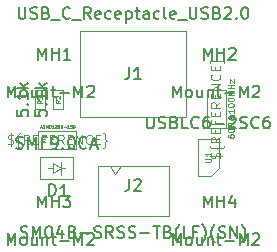
<source format=gbr>
G04 #@! TF.GenerationSoftware,KiCad,Pcbnew,(5.1.10-1-10_14)*
G04 #@! TF.CreationDate,2021-11-29T20:50:22+01:00*
G04 #@! TF.ProjectId,Unified-Daughterboard,556e6966-6965-4642-9d44-617567687465,C3*
G04 #@! TF.SameCoordinates,Original*
G04 #@! TF.FileFunction,Other,Fab,Top*
%FSLAX46Y46*%
G04 Gerber Fmt 4.6, Leading zero omitted, Abs format (unit mm)*
G04 Created by KiCad (PCBNEW (5.1.10-1-10_14)) date 2021-11-29 20:50:22*
%MOMM*%
%LPD*%
G01*
G04 APERTURE LIST*
%ADD10C,0.100000*%
%ADD11C,0.150000*%
%ADD12C,0.050800*%
%ADD13C,0.120000*%
%ADD14C,0.063500*%
%ADD15C,0.075000*%
%ADD16C,0.060000*%
G04 APERTURE END LIST*
D10*
X73502500Y-68675107D02*
X74002500Y-67968000D01*
X73002500Y-67968000D02*
X73502500Y-68675107D01*
X78002500Y-67968000D02*
X78002500Y-72218000D01*
X72002500Y-67968000D02*
X72002500Y-72218000D01*
X72002500Y-72218000D02*
X78002500Y-72218000D01*
X72002500Y-67968000D02*
X78002500Y-67968000D01*
X82827500Y-64768000D02*
X81227500Y-64768000D01*
X81227500Y-64768000D02*
X81227500Y-61568000D01*
X81227500Y-61568000D02*
X82827500Y-61568000D01*
X82827500Y-61568000D02*
X82827500Y-64768000D01*
X70173125Y-64995500D02*
X70173125Y-66595500D01*
X70173125Y-66595500D02*
X66973125Y-66595500D01*
X66973125Y-66595500D02*
X66973125Y-64995500D01*
X66973125Y-64995500D02*
X70173125Y-64995500D01*
X79467500Y-63843000D02*
X70527500Y-63843000D01*
X79467500Y-63843000D02*
X79467500Y-56543000D01*
X79467500Y-56543000D02*
X70527500Y-56543000D01*
X70527500Y-63843000D02*
X70527500Y-56543000D01*
X80452500Y-68818000D02*
X80452500Y-65718000D01*
X80452500Y-65718000D02*
X82252500Y-65718000D01*
X82252500Y-68168000D02*
X82252500Y-65718000D01*
X80452500Y-68818000D02*
X81602500Y-68818000D01*
X82252500Y-68168000D02*
X81602500Y-68818000D01*
X66690000Y-63180500D02*
X66690000Y-61580500D01*
X67515000Y-63180500D02*
X66690000Y-63180500D01*
X67515000Y-61580500D02*
X67515000Y-63180500D01*
X66690000Y-61580500D02*
X67515000Y-61580500D01*
X68240000Y-61580500D02*
X69065000Y-61580500D01*
X69065000Y-61580500D02*
X69065000Y-63180500D01*
X69065000Y-63180500D02*
X68240000Y-63180500D01*
X68240000Y-63180500D02*
X68240000Y-61580500D01*
X69902500Y-69076750D02*
X67102500Y-69076750D01*
X67102500Y-69076750D02*
X67102500Y-67276750D01*
X67102500Y-67276750D02*
X69902500Y-67276750D01*
X69902500Y-67276750D02*
X69902500Y-69076750D01*
X69252500Y-68176750D02*
X68852500Y-68176750D01*
X68852500Y-68176750D02*
X68852500Y-68726750D01*
X68852500Y-68176750D02*
X68852500Y-67626750D01*
X68852500Y-68176750D02*
X68252500Y-68576750D01*
X68252500Y-68576750D02*
X68252500Y-67776750D01*
X68252500Y-67776750D02*
X68852500Y-68176750D01*
X68252500Y-68176750D02*
X67752500Y-68176750D01*
D11*
X65478690Y-74027761D02*
X65621547Y-74075380D01*
X65859642Y-74075380D01*
X65954880Y-74027761D01*
X66002500Y-73980142D01*
X66050119Y-73884904D01*
X66050119Y-73789666D01*
X66002500Y-73694428D01*
X65954880Y-73646809D01*
X65859642Y-73599190D01*
X65669166Y-73551571D01*
X65573928Y-73503952D01*
X65526309Y-73456333D01*
X65478690Y-73361095D01*
X65478690Y-73265857D01*
X65526309Y-73170619D01*
X65573928Y-73123000D01*
X65669166Y-73075380D01*
X65907261Y-73075380D01*
X66050119Y-73123000D01*
X66478690Y-74075380D02*
X66478690Y-73075380D01*
X66812023Y-73789666D01*
X67145357Y-73075380D01*
X67145357Y-74075380D01*
X67812023Y-73075380D02*
X67907261Y-73075380D01*
X68002500Y-73123000D01*
X68050119Y-73170619D01*
X68097738Y-73265857D01*
X68145357Y-73456333D01*
X68145357Y-73694428D01*
X68097738Y-73884904D01*
X68050119Y-73980142D01*
X68002500Y-74027761D01*
X67907261Y-74075380D01*
X67812023Y-74075380D01*
X67716785Y-74027761D01*
X67669166Y-73980142D01*
X67621547Y-73884904D01*
X67573928Y-73694428D01*
X67573928Y-73456333D01*
X67621547Y-73265857D01*
X67669166Y-73170619D01*
X67716785Y-73123000D01*
X67812023Y-73075380D01*
X69002500Y-73408714D02*
X69002500Y-74075380D01*
X68764404Y-73027761D02*
X68526309Y-73742047D01*
X69145357Y-73742047D01*
X69859642Y-73551571D02*
X70002500Y-73599190D01*
X70050119Y-73646809D01*
X70097738Y-73742047D01*
X70097738Y-73884904D01*
X70050119Y-73980142D01*
X70002500Y-74027761D01*
X69907261Y-74075380D01*
X69526309Y-74075380D01*
X69526309Y-73075380D01*
X69859642Y-73075380D01*
X69954880Y-73123000D01*
X70002500Y-73170619D01*
X70050119Y-73265857D01*
X70050119Y-73361095D01*
X70002500Y-73456333D01*
X69954880Y-73503952D01*
X69859642Y-73551571D01*
X69526309Y-73551571D01*
X70526309Y-73694428D02*
X71288214Y-73694428D01*
X71716785Y-74027761D02*
X71859642Y-74075380D01*
X72097738Y-74075380D01*
X72192976Y-74027761D01*
X72240595Y-73980142D01*
X72288214Y-73884904D01*
X72288214Y-73789666D01*
X72240595Y-73694428D01*
X72192976Y-73646809D01*
X72097738Y-73599190D01*
X71907261Y-73551571D01*
X71812023Y-73503952D01*
X71764404Y-73456333D01*
X71716785Y-73361095D01*
X71716785Y-73265857D01*
X71764404Y-73170619D01*
X71812023Y-73123000D01*
X71907261Y-73075380D01*
X72145357Y-73075380D01*
X72288214Y-73123000D01*
X73288214Y-74075380D02*
X72954880Y-73599190D01*
X72716785Y-74075380D02*
X72716785Y-73075380D01*
X73097738Y-73075380D01*
X73192976Y-73123000D01*
X73240595Y-73170619D01*
X73288214Y-73265857D01*
X73288214Y-73408714D01*
X73240595Y-73503952D01*
X73192976Y-73551571D01*
X73097738Y-73599190D01*
X72716785Y-73599190D01*
X73669166Y-74027761D02*
X73812023Y-74075380D01*
X74050119Y-74075380D01*
X74145357Y-74027761D01*
X74192976Y-73980142D01*
X74240595Y-73884904D01*
X74240595Y-73789666D01*
X74192976Y-73694428D01*
X74145357Y-73646809D01*
X74050119Y-73599190D01*
X73859642Y-73551571D01*
X73764404Y-73503952D01*
X73716785Y-73456333D01*
X73669166Y-73361095D01*
X73669166Y-73265857D01*
X73716785Y-73170619D01*
X73764404Y-73123000D01*
X73859642Y-73075380D01*
X74097738Y-73075380D01*
X74240595Y-73123000D01*
X74621547Y-74027761D02*
X74764404Y-74075380D01*
X75002500Y-74075380D01*
X75097738Y-74027761D01*
X75145357Y-73980142D01*
X75192976Y-73884904D01*
X75192976Y-73789666D01*
X75145357Y-73694428D01*
X75097738Y-73646809D01*
X75002500Y-73599190D01*
X74812023Y-73551571D01*
X74716785Y-73503952D01*
X74669166Y-73456333D01*
X74621547Y-73361095D01*
X74621547Y-73265857D01*
X74669166Y-73170619D01*
X74716785Y-73123000D01*
X74812023Y-73075380D01*
X75050119Y-73075380D01*
X75192976Y-73123000D01*
X75621547Y-73694428D02*
X76383452Y-73694428D01*
X76716785Y-73075380D02*
X77288214Y-73075380D01*
X77002500Y-74075380D02*
X77002500Y-73075380D01*
X77954880Y-73551571D02*
X78097738Y-73599190D01*
X78145357Y-73646809D01*
X78192976Y-73742047D01*
X78192976Y-73884904D01*
X78145357Y-73980142D01*
X78097738Y-74027761D01*
X78002500Y-74075380D01*
X77621547Y-74075380D01*
X77621547Y-73075380D01*
X77954880Y-73075380D01*
X78050119Y-73123000D01*
X78097738Y-73170619D01*
X78145357Y-73265857D01*
X78145357Y-73361095D01*
X78097738Y-73456333D01*
X78050119Y-73503952D01*
X77954880Y-73551571D01*
X77621547Y-73551571D01*
X78907261Y-74456333D02*
X78859642Y-74408714D01*
X78764404Y-74265857D01*
X78716785Y-74170619D01*
X78669166Y-74027761D01*
X78621547Y-73789666D01*
X78621547Y-73599190D01*
X78669166Y-73361095D01*
X78716785Y-73218238D01*
X78764404Y-73123000D01*
X78859642Y-72980142D01*
X78907261Y-72932523D01*
X79764404Y-74075380D02*
X79288214Y-74075380D01*
X79288214Y-73075380D01*
X80431071Y-73551571D02*
X80097738Y-73551571D01*
X80097738Y-74075380D02*
X80097738Y-73075380D01*
X80573928Y-73075380D01*
X80859642Y-74456333D02*
X80907261Y-74408714D01*
X81002500Y-74265857D01*
X81050119Y-74170619D01*
X81097738Y-74027761D01*
X81145357Y-73789666D01*
X81145357Y-73599190D01*
X81097738Y-73361095D01*
X81050119Y-73218238D01*
X81002500Y-73123000D01*
X80907261Y-72980142D01*
X80859642Y-72932523D01*
X81907261Y-74456333D02*
X81859642Y-74408714D01*
X81764404Y-74265857D01*
X81716785Y-74170619D01*
X81669166Y-74027761D01*
X81621547Y-73789666D01*
X81621547Y-73599190D01*
X81669166Y-73361095D01*
X81716785Y-73218238D01*
X81764404Y-73123000D01*
X81859642Y-72980142D01*
X81907261Y-72932523D01*
X82240595Y-74027761D02*
X82383452Y-74075380D01*
X82621547Y-74075380D01*
X82716785Y-74027761D01*
X82764404Y-73980142D01*
X82812023Y-73884904D01*
X82812023Y-73789666D01*
X82764404Y-73694428D01*
X82716785Y-73646809D01*
X82621547Y-73599190D01*
X82431071Y-73551571D01*
X82335833Y-73503952D01*
X82288214Y-73456333D01*
X82240595Y-73361095D01*
X82240595Y-73265857D01*
X82288214Y-73170619D01*
X82335833Y-73123000D01*
X82431071Y-73075380D01*
X82669166Y-73075380D01*
X82812023Y-73123000D01*
X83240595Y-74075380D02*
X83240595Y-73075380D01*
X83812023Y-74075380D01*
X83812023Y-73075380D01*
X84192976Y-74456333D02*
X84240595Y-74408714D01*
X84335833Y-74265857D01*
X84383452Y-74170619D01*
X84431071Y-74027761D01*
X84478690Y-73789666D01*
X84478690Y-73599190D01*
X84431071Y-73361095D01*
X84383452Y-73218238D01*
X84335833Y-73123000D01*
X84240595Y-72980142D01*
X84192976Y-72932523D01*
X74669166Y-69095380D02*
X74669166Y-69809666D01*
X74621547Y-69952523D01*
X74526309Y-70047761D01*
X74383452Y-70095380D01*
X74288214Y-70095380D01*
X75097738Y-69190619D02*
X75145357Y-69143000D01*
X75240595Y-69095380D01*
X75478690Y-69095380D01*
X75573928Y-69143000D01*
X75621547Y-69190619D01*
X75669166Y-69285857D01*
X75669166Y-69381095D01*
X75621547Y-69523952D01*
X75050119Y-70095380D01*
X75669166Y-70095380D01*
X78361642Y-74695380D02*
X78361642Y-73695380D01*
X78694976Y-74409666D01*
X79028309Y-73695380D01*
X79028309Y-74695380D01*
X79647357Y-74695380D02*
X79552119Y-74647761D01*
X79504500Y-74600142D01*
X79456880Y-74504904D01*
X79456880Y-74219190D01*
X79504500Y-74123952D01*
X79552119Y-74076333D01*
X79647357Y-74028714D01*
X79790214Y-74028714D01*
X79885452Y-74076333D01*
X79933071Y-74123952D01*
X79980690Y-74219190D01*
X79980690Y-74504904D01*
X79933071Y-74600142D01*
X79885452Y-74647761D01*
X79790214Y-74695380D01*
X79647357Y-74695380D01*
X80837833Y-74028714D02*
X80837833Y-74695380D01*
X80409261Y-74028714D02*
X80409261Y-74552523D01*
X80456880Y-74647761D01*
X80552119Y-74695380D01*
X80694976Y-74695380D01*
X80790214Y-74647761D01*
X80837833Y-74600142D01*
X81314023Y-74028714D02*
X81314023Y-74695380D01*
X81314023Y-74123952D02*
X81361642Y-74076333D01*
X81456880Y-74028714D01*
X81599738Y-74028714D01*
X81694976Y-74076333D01*
X81742595Y-74171571D01*
X81742595Y-74695380D01*
X82075928Y-74028714D02*
X82456880Y-74028714D01*
X82218785Y-73695380D02*
X82218785Y-74552523D01*
X82266404Y-74647761D01*
X82361642Y-74695380D01*
X82456880Y-74695380D01*
X82790214Y-74314428D02*
X83552119Y-74314428D01*
X84028309Y-74695380D02*
X84028309Y-73695380D01*
X84361642Y-74409666D01*
X84694976Y-73695380D01*
X84694976Y-74695380D01*
X85123547Y-73790619D02*
X85171166Y-73743000D01*
X85266404Y-73695380D01*
X85504499Y-73695380D01*
X85599738Y-73743000D01*
X85647357Y-73790619D01*
X85694976Y-73885857D01*
X85694976Y-73981095D01*
X85647357Y-74123952D01*
X85075928Y-74695380D01*
X85694976Y-74695380D01*
X80971166Y-71495380D02*
X80971166Y-70495380D01*
X81304500Y-71209666D01*
X81637833Y-70495380D01*
X81637833Y-71495380D01*
X82114023Y-71495380D02*
X82114023Y-70495380D01*
X82114023Y-70971571D02*
X82685452Y-70971571D01*
X82685452Y-71495380D02*
X82685452Y-70495380D01*
X83590214Y-70828714D02*
X83590214Y-71495380D01*
X83352119Y-70447761D02*
X83114023Y-71162047D01*
X83733071Y-71162047D01*
X64361642Y-74695380D02*
X64361642Y-73695380D01*
X64694976Y-74409666D01*
X65028309Y-73695380D01*
X65028309Y-74695380D01*
X65647357Y-74695380D02*
X65552119Y-74647761D01*
X65504500Y-74600142D01*
X65456880Y-74504904D01*
X65456880Y-74219190D01*
X65504500Y-74123952D01*
X65552119Y-74076333D01*
X65647357Y-74028714D01*
X65790214Y-74028714D01*
X65885452Y-74076333D01*
X65933071Y-74123952D01*
X65980690Y-74219190D01*
X65980690Y-74504904D01*
X65933071Y-74600142D01*
X65885452Y-74647761D01*
X65790214Y-74695380D01*
X65647357Y-74695380D01*
X66837833Y-74028714D02*
X66837833Y-74695380D01*
X66409261Y-74028714D02*
X66409261Y-74552523D01*
X66456880Y-74647761D01*
X66552119Y-74695380D01*
X66694976Y-74695380D01*
X66790214Y-74647761D01*
X66837833Y-74600142D01*
X67314023Y-74028714D02*
X67314023Y-74695380D01*
X67314023Y-74123952D02*
X67361642Y-74076333D01*
X67456880Y-74028714D01*
X67599738Y-74028714D01*
X67694976Y-74076333D01*
X67742595Y-74171571D01*
X67742595Y-74695380D01*
X68075928Y-74028714D02*
X68456880Y-74028714D01*
X68218785Y-73695380D02*
X68218785Y-74552523D01*
X68266404Y-74647761D01*
X68361642Y-74695380D01*
X68456880Y-74695380D01*
X68790214Y-74314428D02*
X69552119Y-74314428D01*
X70028309Y-74695380D02*
X70028309Y-73695380D01*
X70361642Y-74409666D01*
X70694976Y-73695380D01*
X70694976Y-74695380D01*
X71123547Y-73790619D02*
X71171166Y-73743000D01*
X71266404Y-73695380D01*
X71504500Y-73695380D01*
X71599738Y-73743000D01*
X71647357Y-73790619D01*
X71694976Y-73885857D01*
X71694976Y-73981095D01*
X71647357Y-74123952D01*
X71075928Y-74695380D01*
X71694976Y-74695380D01*
X66971166Y-71495380D02*
X66971166Y-70495380D01*
X67304500Y-71209666D01*
X67637833Y-70495380D01*
X67637833Y-71495380D01*
X68114023Y-71495380D02*
X68114023Y-70495380D01*
X68114023Y-70971571D02*
X68685452Y-70971571D01*
X68685452Y-71495380D02*
X68685452Y-70495380D01*
X69066404Y-70495380D02*
X69685452Y-70495380D01*
X69352119Y-70876333D01*
X69494976Y-70876333D01*
X69590214Y-70923952D01*
X69637833Y-70971571D01*
X69685452Y-71066809D01*
X69685452Y-71304904D01*
X69637833Y-71400142D01*
X69590214Y-71447761D01*
X69494976Y-71495380D01*
X69209261Y-71495380D01*
X69114023Y-71447761D01*
X69066404Y-71400142D01*
X78361642Y-62195380D02*
X78361642Y-61195380D01*
X78694976Y-61909666D01*
X79028309Y-61195380D01*
X79028309Y-62195380D01*
X79647357Y-62195380D02*
X79552119Y-62147761D01*
X79504500Y-62100142D01*
X79456880Y-62004904D01*
X79456880Y-61719190D01*
X79504500Y-61623952D01*
X79552119Y-61576333D01*
X79647357Y-61528714D01*
X79790214Y-61528714D01*
X79885452Y-61576333D01*
X79933071Y-61623952D01*
X79980690Y-61719190D01*
X79980690Y-62004904D01*
X79933071Y-62100142D01*
X79885452Y-62147761D01*
X79790214Y-62195380D01*
X79647357Y-62195380D01*
X80837833Y-61528714D02*
X80837833Y-62195380D01*
X80409261Y-61528714D02*
X80409261Y-62052523D01*
X80456880Y-62147761D01*
X80552119Y-62195380D01*
X80694976Y-62195380D01*
X80790214Y-62147761D01*
X80837833Y-62100142D01*
X81314023Y-61528714D02*
X81314023Y-62195380D01*
X81314023Y-61623952D02*
X81361642Y-61576333D01*
X81456880Y-61528714D01*
X81599738Y-61528714D01*
X81694976Y-61576333D01*
X81742595Y-61671571D01*
X81742595Y-62195380D01*
X82075928Y-61528714D02*
X82456880Y-61528714D01*
X82218785Y-61195380D02*
X82218785Y-62052523D01*
X82266404Y-62147761D01*
X82361642Y-62195380D01*
X82456880Y-62195380D01*
X82790214Y-61814428D02*
X83552119Y-61814428D01*
X84028309Y-62195380D02*
X84028309Y-61195380D01*
X84361642Y-61909666D01*
X84694976Y-61195380D01*
X84694976Y-62195380D01*
X85123547Y-61290619D02*
X85171166Y-61243000D01*
X85266404Y-61195380D01*
X85504499Y-61195380D01*
X85599738Y-61243000D01*
X85647357Y-61290619D01*
X85694976Y-61385857D01*
X85694976Y-61481095D01*
X85647357Y-61623952D01*
X85075928Y-62195380D01*
X85694976Y-62195380D01*
X80971166Y-58995380D02*
X80971166Y-57995380D01*
X81304500Y-58709666D01*
X81637833Y-57995380D01*
X81637833Y-58995380D01*
X82114023Y-58995380D02*
X82114023Y-57995380D01*
X82114023Y-58471571D02*
X82685452Y-58471571D01*
X82685452Y-58995380D02*
X82685452Y-57995380D01*
X83114023Y-58090619D02*
X83161642Y-58043000D01*
X83256880Y-57995380D01*
X83494976Y-57995380D01*
X83590214Y-58043000D01*
X83637833Y-58090619D01*
X83685452Y-58185857D01*
X83685452Y-58281095D01*
X83637833Y-58423952D01*
X83066404Y-58995380D01*
X83685452Y-58995380D01*
X64361642Y-62195380D02*
X64361642Y-61195380D01*
X64694976Y-61909666D01*
X65028309Y-61195380D01*
X65028309Y-62195380D01*
X65647357Y-62195380D02*
X65552119Y-62147761D01*
X65504500Y-62100142D01*
X65456880Y-62004904D01*
X65456880Y-61719190D01*
X65504500Y-61623952D01*
X65552119Y-61576333D01*
X65647357Y-61528714D01*
X65790214Y-61528714D01*
X65885452Y-61576333D01*
X65933071Y-61623952D01*
X65980690Y-61719190D01*
X65980690Y-62004904D01*
X65933071Y-62100142D01*
X65885452Y-62147761D01*
X65790214Y-62195380D01*
X65647357Y-62195380D01*
X66837833Y-61528714D02*
X66837833Y-62195380D01*
X66409261Y-61528714D02*
X66409261Y-62052523D01*
X66456880Y-62147761D01*
X66552119Y-62195380D01*
X66694976Y-62195380D01*
X66790214Y-62147761D01*
X66837833Y-62100142D01*
X67314023Y-61528714D02*
X67314023Y-62195380D01*
X67314023Y-61623952D02*
X67361642Y-61576333D01*
X67456880Y-61528714D01*
X67599738Y-61528714D01*
X67694976Y-61576333D01*
X67742595Y-61671571D01*
X67742595Y-62195380D01*
X68075928Y-61528714D02*
X68456880Y-61528714D01*
X68218785Y-61195380D02*
X68218785Y-62052523D01*
X68266404Y-62147761D01*
X68361642Y-62195380D01*
X68456880Y-62195380D01*
X68790214Y-61814428D02*
X69552119Y-61814428D01*
X70028309Y-62195380D02*
X70028309Y-61195380D01*
X70361642Y-61909666D01*
X70694976Y-61195380D01*
X70694976Y-62195380D01*
X71123547Y-61290619D02*
X71171166Y-61243000D01*
X71266404Y-61195380D01*
X71504500Y-61195380D01*
X71599738Y-61243000D01*
X71647357Y-61290619D01*
X71694976Y-61385857D01*
X71694976Y-61481095D01*
X71647357Y-61623952D01*
X71075928Y-62195380D01*
X71694976Y-62195380D01*
X66971166Y-58995380D02*
X66971166Y-57995380D01*
X67304500Y-58709666D01*
X67637833Y-57995380D01*
X67637833Y-58995380D01*
X68114023Y-58995380D02*
X68114023Y-57995380D01*
X68114023Y-58471571D02*
X68685452Y-58471571D01*
X68685452Y-58995380D02*
X68685452Y-57995380D01*
X69685452Y-58995380D02*
X69114023Y-58995380D01*
X69399738Y-58995380D02*
X69399738Y-57995380D01*
X69304500Y-58138238D01*
X69209261Y-58233476D01*
X69114023Y-58281095D01*
D12*
X83019309Y-65366428D02*
X83019309Y-65463190D01*
X83043500Y-65511571D01*
X83067690Y-65535761D01*
X83140261Y-65584142D01*
X83237023Y-65608333D01*
X83430547Y-65608333D01*
X83478928Y-65584142D01*
X83503119Y-65559952D01*
X83527309Y-65511571D01*
X83527309Y-65414809D01*
X83503119Y-65366428D01*
X83478928Y-65342238D01*
X83430547Y-65318047D01*
X83309595Y-65318047D01*
X83261214Y-65342238D01*
X83237023Y-65366428D01*
X83212833Y-65414809D01*
X83212833Y-65511571D01*
X83237023Y-65559952D01*
X83261214Y-65584142D01*
X83309595Y-65608333D01*
X83019309Y-65003571D02*
X83019309Y-64955190D01*
X83043500Y-64906809D01*
X83067690Y-64882619D01*
X83116071Y-64858428D01*
X83212833Y-64834238D01*
X83333785Y-64834238D01*
X83430547Y-64858428D01*
X83478928Y-64882619D01*
X83503119Y-64906809D01*
X83527309Y-64955190D01*
X83527309Y-65003571D01*
X83503119Y-65051952D01*
X83478928Y-65076142D01*
X83430547Y-65100333D01*
X83333785Y-65124523D01*
X83212833Y-65124523D01*
X83116071Y-65100333D01*
X83067690Y-65076142D01*
X83043500Y-65051952D01*
X83019309Y-65003571D01*
X83527309Y-64326238D02*
X83285404Y-64495571D01*
X83527309Y-64616523D02*
X83019309Y-64616523D01*
X83019309Y-64423000D01*
X83043500Y-64374619D01*
X83067690Y-64350428D01*
X83116071Y-64326238D01*
X83188642Y-64326238D01*
X83237023Y-64350428D01*
X83261214Y-64374619D01*
X83285404Y-64423000D01*
X83285404Y-64616523D01*
X83285404Y-63794047D02*
X83261214Y-63818238D01*
X83237023Y-63866619D01*
X83237023Y-63915000D01*
X83261214Y-63963380D01*
X83285404Y-63987571D01*
X83333785Y-64011761D01*
X83382166Y-64011761D01*
X83430547Y-63987571D01*
X83454738Y-63963380D01*
X83478928Y-63915000D01*
X83478928Y-63866619D01*
X83454738Y-63818238D01*
X83430547Y-63794047D01*
X83237023Y-63794047D02*
X83430547Y-63794047D01*
X83454738Y-63769857D01*
X83454738Y-63745666D01*
X83430547Y-63697285D01*
X83382166Y-63673095D01*
X83261214Y-63673095D01*
X83188642Y-63721476D01*
X83140261Y-63794047D01*
X83116071Y-63890809D01*
X83140261Y-63987571D01*
X83188642Y-64060142D01*
X83261214Y-64108523D01*
X83357976Y-64132714D01*
X83454738Y-64108523D01*
X83527309Y-64060142D01*
X83575690Y-63987571D01*
X83599880Y-63890809D01*
X83575690Y-63794047D01*
X83527309Y-63721476D01*
X83527309Y-63189285D02*
X83527309Y-63479571D01*
X83527309Y-63334428D02*
X83019309Y-63334428D01*
X83091880Y-63382809D01*
X83140261Y-63431190D01*
X83164452Y-63479571D01*
X83019309Y-62874809D02*
X83019309Y-62826428D01*
X83043500Y-62778047D01*
X83067690Y-62753857D01*
X83116071Y-62729666D01*
X83212833Y-62705476D01*
X83333785Y-62705476D01*
X83430547Y-62729666D01*
X83478928Y-62753857D01*
X83503119Y-62778047D01*
X83527309Y-62826428D01*
X83527309Y-62874809D01*
X83503119Y-62923190D01*
X83478928Y-62947380D01*
X83430547Y-62971571D01*
X83333785Y-62995761D01*
X83212833Y-62995761D01*
X83116071Y-62971571D01*
X83067690Y-62947380D01*
X83043500Y-62923190D01*
X83019309Y-62874809D01*
X83019309Y-62391000D02*
X83019309Y-62342619D01*
X83043500Y-62294238D01*
X83067690Y-62270047D01*
X83116071Y-62245857D01*
X83212833Y-62221666D01*
X83333785Y-62221666D01*
X83430547Y-62245857D01*
X83478928Y-62270047D01*
X83503119Y-62294238D01*
X83527309Y-62342619D01*
X83527309Y-62391000D01*
X83503119Y-62439380D01*
X83478928Y-62463571D01*
X83430547Y-62487761D01*
X83333785Y-62511952D01*
X83212833Y-62511952D01*
X83116071Y-62487761D01*
X83067690Y-62463571D01*
X83043500Y-62439380D01*
X83019309Y-62391000D01*
X83527309Y-62003952D02*
X83019309Y-62003952D01*
X83382166Y-61834619D01*
X83019309Y-61665285D01*
X83527309Y-61665285D01*
X83527309Y-61423380D02*
X83019309Y-61423380D01*
X83261214Y-61423380D02*
X83261214Y-61133095D01*
X83527309Y-61133095D02*
X83019309Y-61133095D01*
X83188642Y-60939571D02*
X83188642Y-60673476D01*
X83527309Y-60939571D01*
X83527309Y-60673476D01*
D13*
X82351309Y-67339428D02*
X82389404Y-67225142D01*
X82389404Y-67034666D01*
X82351309Y-66958476D01*
X82313214Y-66920380D01*
X82237023Y-66882285D01*
X82160833Y-66882285D01*
X82084642Y-66920380D01*
X82046547Y-66958476D01*
X82008452Y-67034666D01*
X81970357Y-67187047D01*
X81932261Y-67263238D01*
X81894166Y-67301333D01*
X81817976Y-67339428D01*
X81741785Y-67339428D01*
X81665595Y-67301333D01*
X81627500Y-67263238D01*
X81589404Y-67187047D01*
X81589404Y-66996571D01*
X81627500Y-66882285D01*
X81475119Y-67110857D02*
X82503690Y-67110857D01*
X82694166Y-66310857D02*
X82694166Y-66348952D01*
X82656071Y-66425142D01*
X82579880Y-66463238D01*
X82198928Y-66463238D01*
X82122738Y-66501333D01*
X82084642Y-66577523D01*
X82046547Y-66501333D01*
X81970357Y-66463238D01*
X81589404Y-66463238D01*
X81513214Y-66425142D01*
X81475119Y-66348952D01*
X81475119Y-66310857D01*
X82389404Y-65548952D02*
X82008452Y-65815619D01*
X82389404Y-66006095D02*
X81589404Y-66006095D01*
X81589404Y-65701333D01*
X81627500Y-65625142D01*
X81665595Y-65587047D01*
X81741785Y-65548952D01*
X81856071Y-65548952D01*
X81932261Y-65587047D01*
X81970357Y-65625142D01*
X82008452Y-65701333D01*
X82008452Y-66006095D01*
X81970357Y-65206095D02*
X81970357Y-64939428D01*
X82389404Y-64825142D02*
X82389404Y-65206095D01*
X81589404Y-65206095D01*
X81589404Y-64825142D01*
X81970357Y-64215619D02*
X81970357Y-64482285D01*
X82389404Y-64482285D02*
X81589404Y-64482285D01*
X81589404Y-64101333D01*
X81970357Y-63796571D02*
X81970357Y-63529904D01*
X82389404Y-63415619D02*
X82389404Y-63796571D01*
X81589404Y-63796571D01*
X81589404Y-63415619D01*
X82389404Y-62615619D02*
X82008452Y-62882285D01*
X82389404Y-63072761D02*
X81589404Y-63072761D01*
X81589404Y-62768000D01*
X81627500Y-62691809D01*
X81665595Y-62653714D01*
X81741785Y-62615619D01*
X81856071Y-62615619D01*
X81932261Y-62653714D01*
X81970357Y-62691809D01*
X82008452Y-62768000D01*
X82008452Y-63072761D01*
X81970357Y-62272761D02*
X81970357Y-62006095D01*
X82389404Y-61891809D02*
X82389404Y-62272761D01*
X81589404Y-62272761D01*
X81589404Y-61891809D01*
X82389404Y-61548952D02*
X81589404Y-61548952D01*
X82389404Y-61091809D01*
X81589404Y-61091809D01*
X82313214Y-60253714D02*
X82351309Y-60291809D01*
X82389404Y-60406095D01*
X82389404Y-60482285D01*
X82351309Y-60596571D01*
X82275119Y-60672761D01*
X82198928Y-60710857D01*
X82046547Y-60748952D01*
X81932261Y-60748952D01*
X81779880Y-60710857D01*
X81703690Y-60672761D01*
X81627500Y-60596571D01*
X81589404Y-60482285D01*
X81589404Y-60406095D01*
X81627500Y-60291809D01*
X81665595Y-60253714D01*
X81970357Y-59910857D02*
X81970357Y-59644190D01*
X82389404Y-59529904D02*
X82389404Y-59910857D01*
X81589404Y-59910857D01*
X81589404Y-59529904D01*
X82694166Y-59263238D02*
X82694166Y-59225142D01*
X82656071Y-59148952D01*
X82579880Y-59110857D01*
X82198928Y-59110857D01*
X82122738Y-59072761D01*
X82084642Y-58996571D01*
X82046547Y-59072761D01*
X81970357Y-59110857D01*
X81589404Y-59110857D01*
X81513214Y-59148952D01*
X81475119Y-59225142D01*
X81475119Y-59263238D01*
D14*
X67130648Y-64694833D02*
X67251601Y-64694833D01*
X67106458Y-64767404D02*
X67191125Y-64513404D01*
X67275791Y-64767404D01*
X67348363Y-64755309D02*
X67384648Y-64767404D01*
X67445125Y-64767404D01*
X67469315Y-64755309D01*
X67481410Y-64743214D01*
X67493505Y-64719023D01*
X67493505Y-64694833D01*
X67481410Y-64670642D01*
X67469315Y-64658547D01*
X67445125Y-64646452D01*
X67396744Y-64634357D01*
X67372553Y-64622261D01*
X67360458Y-64610166D01*
X67348363Y-64585976D01*
X67348363Y-64561785D01*
X67360458Y-64537595D01*
X67372553Y-64525500D01*
X67396744Y-64513404D01*
X67457220Y-64513404D01*
X67493505Y-64525500D01*
X67602363Y-64767404D02*
X67602363Y-64513404D01*
X67687029Y-64694833D01*
X67771696Y-64513404D01*
X67771696Y-64767404D01*
X67892648Y-64767404D02*
X67892648Y-64513404D01*
X67953125Y-64513404D01*
X67989410Y-64525500D01*
X68013601Y-64549690D01*
X68025696Y-64573880D01*
X68037791Y-64622261D01*
X68037791Y-64658547D01*
X68025696Y-64706928D01*
X68013601Y-64731119D01*
X67989410Y-64755309D01*
X67953125Y-64767404D01*
X67892648Y-64767404D01*
X68279696Y-64767404D02*
X68134553Y-64767404D01*
X68207125Y-64767404D02*
X68207125Y-64513404D01*
X68182934Y-64549690D01*
X68158744Y-64573880D01*
X68134553Y-64585976D01*
X68376458Y-64537595D02*
X68388553Y-64525500D01*
X68412744Y-64513404D01*
X68473220Y-64513404D01*
X68497410Y-64525500D01*
X68509505Y-64537595D01*
X68521601Y-64561785D01*
X68521601Y-64585976D01*
X68509505Y-64622261D01*
X68364363Y-64767404D01*
X68521601Y-64767404D01*
X68678839Y-64513404D02*
X68703029Y-64513404D01*
X68727220Y-64525500D01*
X68739315Y-64537595D01*
X68751410Y-64561785D01*
X68763505Y-64610166D01*
X68763505Y-64670642D01*
X68751410Y-64719023D01*
X68739315Y-64743214D01*
X68727220Y-64755309D01*
X68703029Y-64767404D01*
X68678839Y-64767404D01*
X68654648Y-64755309D01*
X68642553Y-64743214D01*
X68630458Y-64719023D01*
X68618363Y-64670642D01*
X68618363Y-64610166D01*
X68630458Y-64561785D01*
X68642553Y-64537595D01*
X68654648Y-64525500D01*
X68678839Y-64513404D01*
X68981220Y-64513404D02*
X68932839Y-64513404D01*
X68908648Y-64525500D01*
X68896553Y-64537595D01*
X68872363Y-64573880D01*
X68860267Y-64622261D01*
X68860267Y-64719023D01*
X68872363Y-64743214D01*
X68884458Y-64755309D01*
X68908648Y-64767404D01*
X68957029Y-64767404D01*
X68981220Y-64755309D01*
X68993315Y-64743214D01*
X69005410Y-64719023D01*
X69005410Y-64658547D01*
X68993315Y-64634357D01*
X68981220Y-64622261D01*
X68957029Y-64610166D01*
X68908648Y-64610166D01*
X68884458Y-64622261D01*
X68872363Y-64634357D01*
X68860267Y-64658547D01*
X69114267Y-64670642D02*
X69307791Y-64670642D01*
X69561791Y-64767404D02*
X69416648Y-64767404D01*
X69489220Y-64767404D02*
X69489220Y-64513404D01*
X69465029Y-64549690D01*
X69440839Y-64573880D01*
X69416648Y-64585976D01*
X69791601Y-64513404D02*
X69670648Y-64513404D01*
X69658553Y-64634357D01*
X69670648Y-64622261D01*
X69694839Y-64610166D01*
X69755315Y-64610166D01*
X69779505Y-64622261D01*
X69791601Y-64634357D01*
X69803696Y-64658547D01*
X69803696Y-64719023D01*
X69791601Y-64743214D01*
X69779505Y-64755309D01*
X69755315Y-64767404D01*
X69694839Y-64767404D01*
X69670648Y-64755309D01*
X69658553Y-64743214D01*
X69960934Y-64513404D02*
X69985125Y-64513404D01*
X70009315Y-64525500D01*
X70021410Y-64537595D01*
X70033505Y-64561785D01*
X70045601Y-64610166D01*
X70045601Y-64670642D01*
X70033505Y-64719023D01*
X70021410Y-64743214D01*
X70009315Y-64755309D01*
X69985125Y-64767404D01*
X69960934Y-64767404D01*
X69936744Y-64755309D01*
X69924648Y-64743214D01*
X69912553Y-64719023D01*
X69900458Y-64670642D01*
X69900458Y-64610166D01*
X69912553Y-64561785D01*
X69924648Y-64537595D01*
X69936744Y-64525500D01*
X69960934Y-64513404D01*
D13*
X64401696Y-66119309D02*
X64515982Y-66157404D01*
X64706458Y-66157404D01*
X64782648Y-66119309D01*
X64820744Y-66081214D01*
X64858839Y-66005023D01*
X64858839Y-65928833D01*
X64820744Y-65852642D01*
X64782648Y-65814547D01*
X64706458Y-65776452D01*
X64554077Y-65738357D01*
X64477886Y-65700261D01*
X64439791Y-65662166D01*
X64401696Y-65585976D01*
X64401696Y-65509785D01*
X64439791Y-65433595D01*
X64477886Y-65395500D01*
X64554077Y-65357404D01*
X64744553Y-65357404D01*
X64858839Y-65395500D01*
X64630267Y-65243119D02*
X64630267Y-66271690D01*
X65430267Y-66462166D02*
X65392172Y-66462166D01*
X65315982Y-66424071D01*
X65277886Y-66347880D01*
X65277886Y-65966928D01*
X65239791Y-65890738D01*
X65163601Y-65852642D01*
X65239791Y-65814547D01*
X65277886Y-65738357D01*
X65277886Y-65357404D01*
X65315982Y-65281214D01*
X65392172Y-65243119D01*
X65430267Y-65243119D01*
X66192172Y-66157404D02*
X65925505Y-65776452D01*
X65735029Y-66157404D02*
X65735029Y-65357404D01*
X66039791Y-65357404D01*
X66115982Y-65395500D01*
X66154077Y-65433595D01*
X66192172Y-65509785D01*
X66192172Y-65624071D01*
X66154077Y-65700261D01*
X66115982Y-65738357D01*
X66039791Y-65776452D01*
X65735029Y-65776452D01*
X66535029Y-65738357D02*
X66801696Y-65738357D01*
X66915982Y-66157404D02*
X66535029Y-66157404D01*
X66535029Y-65357404D01*
X66915982Y-65357404D01*
X67525505Y-65738357D02*
X67258839Y-65738357D01*
X67258839Y-66157404D02*
X67258839Y-65357404D01*
X67639791Y-65357404D01*
X67944553Y-65738357D02*
X68211220Y-65738357D01*
X68325505Y-66157404D02*
X67944553Y-66157404D01*
X67944553Y-65357404D01*
X68325505Y-65357404D01*
X69125505Y-66157404D02*
X68858839Y-65776452D01*
X68668363Y-66157404D02*
X68668363Y-65357404D01*
X68973125Y-65357404D01*
X69049315Y-65395500D01*
X69087410Y-65433595D01*
X69125505Y-65509785D01*
X69125505Y-65624071D01*
X69087410Y-65700261D01*
X69049315Y-65738357D01*
X68973125Y-65776452D01*
X68668363Y-65776452D01*
X69468363Y-65738357D02*
X69735029Y-65738357D01*
X69849315Y-66157404D02*
X69468363Y-66157404D01*
X69468363Y-65357404D01*
X69849315Y-65357404D01*
X70192172Y-66157404D02*
X70192172Y-65357404D01*
X70649315Y-66157404D01*
X70649315Y-65357404D01*
X71487410Y-66081214D02*
X71449315Y-66119309D01*
X71335029Y-66157404D01*
X71258839Y-66157404D01*
X71144553Y-66119309D01*
X71068363Y-66043119D01*
X71030267Y-65966928D01*
X70992172Y-65814547D01*
X70992172Y-65700261D01*
X71030267Y-65547880D01*
X71068363Y-65471690D01*
X71144553Y-65395500D01*
X71258839Y-65357404D01*
X71335029Y-65357404D01*
X71449315Y-65395500D01*
X71487410Y-65433595D01*
X71830267Y-65738357D02*
X72096934Y-65738357D01*
X72211220Y-66157404D02*
X71830267Y-66157404D01*
X71830267Y-65357404D01*
X72211220Y-65357404D01*
X72477886Y-66462166D02*
X72515982Y-66462166D01*
X72592172Y-66424071D01*
X72630267Y-66347880D01*
X72630267Y-65966928D01*
X72668363Y-65890738D01*
X72744553Y-65852642D01*
X72668363Y-65814547D01*
X72630267Y-65738357D01*
X72630267Y-65357404D01*
X72592172Y-65281214D01*
X72515982Y-65243119D01*
X72477886Y-65243119D01*
D11*
X65307023Y-54545380D02*
X65307023Y-55354904D01*
X65354642Y-55450142D01*
X65402261Y-55497761D01*
X65497499Y-55545380D01*
X65687976Y-55545380D01*
X65783214Y-55497761D01*
X65830833Y-55450142D01*
X65878452Y-55354904D01*
X65878452Y-54545380D01*
X66307023Y-55497761D02*
X66449880Y-55545380D01*
X66687976Y-55545380D01*
X66783214Y-55497761D01*
X66830833Y-55450142D01*
X66878452Y-55354904D01*
X66878452Y-55259666D01*
X66830833Y-55164428D01*
X66783214Y-55116809D01*
X66687976Y-55069190D01*
X66497499Y-55021571D01*
X66402261Y-54973952D01*
X66354642Y-54926333D01*
X66307023Y-54831095D01*
X66307023Y-54735857D01*
X66354642Y-54640619D01*
X66402261Y-54593000D01*
X66497499Y-54545380D01*
X66735595Y-54545380D01*
X66878452Y-54593000D01*
X67640357Y-55021571D02*
X67783214Y-55069190D01*
X67830833Y-55116809D01*
X67878452Y-55212047D01*
X67878452Y-55354904D01*
X67830833Y-55450142D01*
X67783214Y-55497761D01*
X67687976Y-55545380D01*
X67307023Y-55545380D01*
X67307023Y-54545380D01*
X67640357Y-54545380D01*
X67735595Y-54593000D01*
X67783214Y-54640619D01*
X67830833Y-54735857D01*
X67830833Y-54831095D01*
X67783214Y-54926333D01*
X67735595Y-54973952D01*
X67640357Y-55021571D01*
X67307023Y-55021571D01*
X68068928Y-55640619D02*
X68830833Y-55640619D01*
X69640357Y-55450142D02*
X69592738Y-55497761D01*
X69449880Y-55545380D01*
X69354642Y-55545380D01*
X69211785Y-55497761D01*
X69116547Y-55402523D01*
X69068928Y-55307285D01*
X69021309Y-55116809D01*
X69021309Y-54973952D01*
X69068928Y-54783476D01*
X69116547Y-54688238D01*
X69211785Y-54593000D01*
X69354642Y-54545380D01*
X69449880Y-54545380D01*
X69592738Y-54593000D01*
X69640357Y-54640619D01*
X69830833Y-55640619D02*
X70592738Y-55640619D01*
X71402261Y-55545380D02*
X71068928Y-55069190D01*
X70830833Y-55545380D02*
X70830833Y-54545380D01*
X71211785Y-54545380D01*
X71307023Y-54593000D01*
X71354642Y-54640619D01*
X71402261Y-54735857D01*
X71402261Y-54878714D01*
X71354642Y-54973952D01*
X71307023Y-55021571D01*
X71211785Y-55069190D01*
X70830833Y-55069190D01*
X72211785Y-55497761D02*
X72116547Y-55545380D01*
X71926071Y-55545380D01*
X71830833Y-55497761D01*
X71783214Y-55402523D01*
X71783214Y-55021571D01*
X71830833Y-54926333D01*
X71926071Y-54878714D01*
X72116547Y-54878714D01*
X72211785Y-54926333D01*
X72259404Y-55021571D01*
X72259404Y-55116809D01*
X71783214Y-55212047D01*
X73116547Y-55497761D02*
X73021309Y-55545380D01*
X72830833Y-55545380D01*
X72735595Y-55497761D01*
X72687976Y-55450142D01*
X72640357Y-55354904D01*
X72640357Y-55069190D01*
X72687976Y-54973952D01*
X72735595Y-54926333D01*
X72830833Y-54878714D01*
X73021309Y-54878714D01*
X73116547Y-54926333D01*
X73926071Y-55497761D02*
X73830833Y-55545380D01*
X73640357Y-55545380D01*
X73545119Y-55497761D01*
X73497500Y-55402523D01*
X73497500Y-55021571D01*
X73545119Y-54926333D01*
X73640357Y-54878714D01*
X73830833Y-54878714D01*
X73926071Y-54926333D01*
X73973690Y-55021571D01*
X73973690Y-55116809D01*
X73497500Y-55212047D01*
X74402261Y-54878714D02*
X74402261Y-55878714D01*
X74402261Y-54926333D02*
X74497500Y-54878714D01*
X74687976Y-54878714D01*
X74783214Y-54926333D01*
X74830833Y-54973952D01*
X74878452Y-55069190D01*
X74878452Y-55354904D01*
X74830833Y-55450142D01*
X74783214Y-55497761D01*
X74687976Y-55545380D01*
X74497500Y-55545380D01*
X74402261Y-55497761D01*
X75164166Y-54878714D02*
X75545119Y-54878714D01*
X75307023Y-54545380D02*
X75307023Y-55402523D01*
X75354642Y-55497761D01*
X75449880Y-55545380D01*
X75545119Y-55545380D01*
X76307023Y-55545380D02*
X76307023Y-55021571D01*
X76259404Y-54926333D01*
X76164166Y-54878714D01*
X75973690Y-54878714D01*
X75878452Y-54926333D01*
X76307023Y-55497761D02*
X76211785Y-55545380D01*
X75973690Y-55545380D01*
X75878452Y-55497761D01*
X75830833Y-55402523D01*
X75830833Y-55307285D01*
X75878452Y-55212047D01*
X75973690Y-55164428D01*
X76211785Y-55164428D01*
X76307023Y-55116809D01*
X77211785Y-55497761D02*
X77116547Y-55545380D01*
X76926071Y-55545380D01*
X76830833Y-55497761D01*
X76783214Y-55450142D01*
X76735595Y-55354904D01*
X76735595Y-55069190D01*
X76783214Y-54973952D01*
X76830833Y-54926333D01*
X76926071Y-54878714D01*
X77116547Y-54878714D01*
X77211785Y-54926333D01*
X77783214Y-55545380D02*
X77687976Y-55497761D01*
X77640357Y-55402523D01*
X77640357Y-54545380D01*
X78545119Y-55497761D02*
X78449880Y-55545380D01*
X78259404Y-55545380D01*
X78164166Y-55497761D01*
X78116547Y-55402523D01*
X78116547Y-55021571D01*
X78164166Y-54926333D01*
X78259404Y-54878714D01*
X78449880Y-54878714D01*
X78545119Y-54926333D01*
X78592738Y-55021571D01*
X78592738Y-55116809D01*
X78116547Y-55212047D01*
X78783214Y-55640619D02*
X79545119Y-55640619D01*
X79783214Y-54545380D02*
X79783214Y-55354904D01*
X79830833Y-55450142D01*
X79878452Y-55497761D01*
X79973690Y-55545380D01*
X80164166Y-55545380D01*
X80259404Y-55497761D01*
X80307023Y-55450142D01*
X80354642Y-55354904D01*
X80354642Y-54545380D01*
X80783214Y-55497761D02*
X80926071Y-55545380D01*
X81164166Y-55545380D01*
X81259404Y-55497761D01*
X81307023Y-55450142D01*
X81354642Y-55354904D01*
X81354642Y-55259666D01*
X81307023Y-55164428D01*
X81259404Y-55116809D01*
X81164166Y-55069190D01*
X80973690Y-55021571D01*
X80878452Y-54973952D01*
X80830833Y-54926333D01*
X80783214Y-54831095D01*
X80783214Y-54735857D01*
X80830833Y-54640619D01*
X80878452Y-54593000D01*
X80973690Y-54545380D01*
X81211785Y-54545380D01*
X81354642Y-54593000D01*
X82116547Y-55021571D02*
X82259404Y-55069190D01*
X82307023Y-55116809D01*
X82354642Y-55212047D01*
X82354642Y-55354904D01*
X82307023Y-55450142D01*
X82259404Y-55497761D01*
X82164166Y-55545380D01*
X81783214Y-55545380D01*
X81783214Y-54545380D01*
X82116547Y-54545380D01*
X82211785Y-54593000D01*
X82259404Y-54640619D01*
X82307023Y-54735857D01*
X82307023Y-54831095D01*
X82259404Y-54926333D01*
X82211785Y-54973952D01*
X82116547Y-55021571D01*
X81783214Y-55021571D01*
X82735595Y-54640619D02*
X82783214Y-54593000D01*
X82878452Y-54545380D01*
X83116547Y-54545380D01*
X83211785Y-54593000D01*
X83259404Y-54640619D01*
X83307023Y-54735857D01*
X83307023Y-54831095D01*
X83259404Y-54973952D01*
X82687976Y-55545380D01*
X83307023Y-55545380D01*
X83735595Y-55450142D02*
X83783214Y-55497761D01*
X83735595Y-55545380D01*
X83687976Y-55497761D01*
X83735595Y-55450142D01*
X83735595Y-55545380D01*
X84402261Y-54545380D02*
X84497499Y-54545380D01*
X84592738Y-54593000D01*
X84640357Y-54640619D01*
X84687976Y-54735857D01*
X84735595Y-54926333D01*
X84735595Y-55164428D01*
X84687976Y-55354904D01*
X84640357Y-55450142D01*
X84592738Y-55497761D01*
X84497499Y-55545380D01*
X84402261Y-55545380D01*
X84307023Y-55497761D01*
X84259404Y-55450142D01*
X84211785Y-55354904D01*
X84164166Y-55164428D01*
X84164166Y-54926333D01*
X84211785Y-54735857D01*
X84259404Y-54640619D01*
X84307023Y-54593000D01*
X84402261Y-54545380D01*
X74664166Y-59645380D02*
X74664166Y-60359666D01*
X74616547Y-60502523D01*
X74521309Y-60597761D01*
X74378452Y-60645380D01*
X74283214Y-60645380D01*
X75664166Y-60645380D02*
X75092738Y-60645380D01*
X75378452Y-60645380D02*
X75378452Y-59645380D01*
X75283214Y-59788238D01*
X75187976Y-59883476D01*
X75092738Y-59931095D01*
X76162023Y-63820380D02*
X76162023Y-64629904D01*
X76209642Y-64725142D01*
X76257261Y-64772761D01*
X76352500Y-64820380D01*
X76542976Y-64820380D01*
X76638214Y-64772761D01*
X76685833Y-64725142D01*
X76733452Y-64629904D01*
X76733452Y-63820380D01*
X77162023Y-64772761D02*
X77304880Y-64820380D01*
X77542976Y-64820380D01*
X77638214Y-64772761D01*
X77685833Y-64725142D01*
X77733452Y-64629904D01*
X77733452Y-64534666D01*
X77685833Y-64439428D01*
X77638214Y-64391809D01*
X77542976Y-64344190D01*
X77352500Y-64296571D01*
X77257261Y-64248952D01*
X77209642Y-64201333D01*
X77162023Y-64106095D01*
X77162023Y-64010857D01*
X77209642Y-63915619D01*
X77257261Y-63868000D01*
X77352500Y-63820380D01*
X77590595Y-63820380D01*
X77733452Y-63868000D01*
X78495357Y-64296571D02*
X78638214Y-64344190D01*
X78685833Y-64391809D01*
X78733452Y-64487047D01*
X78733452Y-64629904D01*
X78685833Y-64725142D01*
X78638214Y-64772761D01*
X78542976Y-64820380D01*
X78162023Y-64820380D01*
X78162023Y-63820380D01*
X78495357Y-63820380D01*
X78590595Y-63868000D01*
X78638214Y-63915619D01*
X78685833Y-64010857D01*
X78685833Y-64106095D01*
X78638214Y-64201333D01*
X78590595Y-64248952D01*
X78495357Y-64296571D01*
X78162023Y-64296571D01*
X79638214Y-64820380D02*
X79162023Y-64820380D01*
X79162023Y-63820380D01*
X80542976Y-64725142D02*
X80495357Y-64772761D01*
X80352500Y-64820380D01*
X80257261Y-64820380D01*
X80114404Y-64772761D01*
X80019166Y-64677523D01*
X79971547Y-64582285D01*
X79923928Y-64391809D01*
X79923928Y-64248952D01*
X79971547Y-64058476D01*
X80019166Y-63963238D01*
X80114404Y-63868000D01*
X80257261Y-63820380D01*
X80352500Y-63820380D01*
X80495357Y-63868000D01*
X80542976Y-63915619D01*
X81400119Y-63820380D02*
X81209642Y-63820380D01*
X81114404Y-63868000D01*
X81066785Y-63915619D01*
X80971547Y-64058476D01*
X80923928Y-64248952D01*
X80923928Y-64629904D01*
X80971547Y-64725142D01*
X81019166Y-64772761D01*
X81114404Y-64820380D01*
X81304880Y-64820380D01*
X81400119Y-64772761D01*
X81447738Y-64725142D01*
X81495357Y-64629904D01*
X81495357Y-64391809D01*
X81447738Y-64296571D01*
X81400119Y-64248952D01*
X81304880Y-64201333D01*
X81114404Y-64201333D01*
X81019166Y-64248952D01*
X80971547Y-64296571D01*
X80923928Y-64391809D01*
X81923928Y-64439428D02*
X82685833Y-64439428D01*
X83114404Y-63915619D02*
X83162023Y-63868000D01*
X83257261Y-63820380D01*
X83495357Y-63820380D01*
X83590595Y-63868000D01*
X83638214Y-63915619D01*
X83685833Y-64010857D01*
X83685833Y-64106095D01*
X83638214Y-64248952D01*
X83066785Y-64820380D01*
X83685833Y-64820380D01*
X84066785Y-64772761D02*
X84209642Y-64820380D01*
X84447738Y-64820380D01*
X84542976Y-64772761D01*
X84590595Y-64725142D01*
X84638214Y-64629904D01*
X84638214Y-64534666D01*
X84590595Y-64439428D01*
X84542976Y-64391809D01*
X84447738Y-64344190D01*
X84257261Y-64296571D01*
X84162023Y-64248952D01*
X84114404Y-64201333D01*
X84066785Y-64106095D01*
X84066785Y-64010857D01*
X84114404Y-63915619D01*
X84162023Y-63868000D01*
X84257261Y-63820380D01*
X84495357Y-63820380D01*
X84638214Y-63868000D01*
X85638214Y-64725142D02*
X85590595Y-64772761D01*
X85447738Y-64820380D01*
X85352500Y-64820380D01*
X85209642Y-64772761D01*
X85114404Y-64677523D01*
X85066785Y-64582285D01*
X85019166Y-64391809D01*
X85019166Y-64248952D01*
X85066785Y-64058476D01*
X85114404Y-63963238D01*
X85209642Y-63868000D01*
X85352500Y-63820380D01*
X85447738Y-63820380D01*
X85590595Y-63868000D01*
X85638214Y-63915619D01*
X86495357Y-63820380D02*
X86304880Y-63820380D01*
X86209642Y-63868000D01*
X86162023Y-63915619D01*
X86066785Y-64058476D01*
X86019166Y-64248952D01*
X86019166Y-64629904D01*
X86066785Y-64725142D01*
X86114404Y-64772761D01*
X86209642Y-64820380D01*
X86400119Y-64820380D01*
X86495357Y-64772761D01*
X86542976Y-64725142D01*
X86590595Y-64629904D01*
X86590595Y-64391809D01*
X86542976Y-64296571D01*
X86495357Y-64248952D01*
X86400119Y-64201333D01*
X86209642Y-64201333D01*
X86114404Y-64248952D01*
X86066785Y-64296571D01*
X86019166Y-64391809D01*
D15*
X81078690Y-67648952D02*
X81483452Y-67648952D01*
X81531071Y-67625142D01*
X81554880Y-67601333D01*
X81578690Y-67553714D01*
X81578690Y-67458476D01*
X81554880Y-67410857D01*
X81531071Y-67387047D01*
X81483452Y-67363238D01*
X81078690Y-67363238D01*
X81578690Y-66863238D02*
X81578690Y-67148952D01*
X81578690Y-67006095D02*
X81078690Y-67006095D01*
X81150119Y-67053714D01*
X81197738Y-67101333D01*
X81221547Y-67148952D01*
D11*
X65124880Y-63261452D02*
X65124880Y-63737642D01*
X65601071Y-63785261D01*
X65553452Y-63737642D01*
X65505833Y-63642404D01*
X65505833Y-63404309D01*
X65553452Y-63309071D01*
X65601071Y-63261452D01*
X65696309Y-63213833D01*
X65934404Y-63213833D01*
X66029642Y-63261452D01*
X66077261Y-63309071D01*
X66124880Y-63404309D01*
X66124880Y-63642404D01*
X66077261Y-63737642D01*
X66029642Y-63785261D01*
X66029642Y-62785261D02*
X66077261Y-62737642D01*
X66124880Y-62785261D01*
X66077261Y-62832880D01*
X66029642Y-62785261D01*
X66124880Y-62785261D01*
X66124880Y-61785261D02*
X66124880Y-62356690D01*
X66124880Y-62070976D02*
X65124880Y-62070976D01*
X65267738Y-62166214D01*
X65362976Y-62261452D01*
X65410595Y-62356690D01*
X66124880Y-61356690D02*
X65124880Y-61356690D01*
X65743928Y-61261452D02*
X66124880Y-60975738D01*
X65458214Y-60975738D02*
X65839166Y-61356690D01*
D16*
X67283452Y-62447166D02*
X67092976Y-62580500D01*
X67283452Y-62675738D02*
X66883452Y-62675738D01*
X66883452Y-62523357D01*
X66902500Y-62485261D01*
X66921547Y-62466214D01*
X66959642Y-62447166D01*
X67016785Y-62447166D01*
X67054880Y-62466214D01*
X67073928Y-62485261D01*
X67092976Y-62523357D01*
X67092976Y-62675738D01*
X67283452Y-62066214D02*
X67283452Y-62294785D01*
X67283452Y-62180500D02*
X66883452Y-62180500D01*
X66940595Y-62218595D01*
X66978690Y-62256690D01*
X66997738Y-62294785D01*
D11*
X66674880Y-63261452D02*
X66674880Y-63737642D01*
X67151071Y-63785261D01*
X67103452Y-63737642D01*
X67055833Y-63642404D01*
X67055833Y-63404309D01*
X67103452Y-63309071D01*
X67151071Y-63261452D01*
X67246309Y-63213833D01*
X67484404Y-63213833D01*
X67579642Y-63261452D01*
X67627261Y-63309071D01*
X67674880Y-63404309D01*
X67674880Y-63642404D01*
X67627261Y-63737642D01*
X67579642Y-63785261D01*
X67579642Y-62785261D02*
X67627261Y-62737642D01*
X67674880Y-62785261D01*
X67627261Y-62832880D01*
X67579642Y-62785261D01*
X67674880Y-62785261D01*
X67674880Y-61785261D02*
X67674880Y-62356690D01*
X67674880Y-62070976D02*
X66674880Y-62070976D01*
X66817738Y-62166214D01*
X66912976Y-62261452D01*
X66960595Y-62356690D01*
X67674880Y-61356690D02*
X66674880Y-61356690D01*
X67293928Y-61261452D02*
X67674880Y-60975738D01*
X67008214Y-60975738D02*
X67389166Y-61356690D01*
D16*
X68833452Y-62447166D02*
X68642976Y-62580500D01*
X68833452Y-62675738D02*
X68433452Y-62675738D01*
X68433452Y-62523357D01*
X68452500Y-62485261D01*
X68471547Y-62466214D01*
X68509642Y-62447166D01*
X68566785Y-62447166D01*
X68604880Y-62466214D01*
X68623928Y-62485261D01*
X68642976Y-62523357D01*
X68642976Y-62675738D01*
X68471547Y-62294785D02*
X68452500Y-62275738D01*
X68433452Y-62237642D01*
X68433452Y-62142404D01*
X68452500Y-62104309D01*
X68471547Y-62085261D01*
X68509642Y-62066214D01*
X68547738Y-62066214D01*
X68604880Y-62085261D01*
X68833452Y-62313833D01*
X68833452Y-62066214D01*
D11*
X65097738Y-66481511D02*
X65240595Y-66529130D01*
X65478690Y-66529130D01*
X65573928Y-66481511D01*
X65621547Y-66433892D01*
X65669166Y-66338654D01*
X65669166Y-66243416D01*
X65621547Y-66148178D01*
X65573928Y-66100559D01*
X65478690Y-66052940D01*
X65288214Y-66005321D01*
X65192976Y-65957702D01*
X65145357Y-65910083D01*
X65097738Y-65814845D01*
X65097738Y-65719607D01*
X65145357Y-65624369D01*
X65192976Y-65576750D01*
X65288214Y-65529130D01*
X65526309Y-65529130D01*
X65669166Y-65576750D01*
X66097738Y-66529130D02*
X66097738Y-65529130D01*
X66431071Y-66243416D01*
X66764404Y-65529130D01*
X66764404Y-66529130D01*
X67573928Y-66005321D02*
X67240595Y-66005321D01*
X67240595Y-66529130D02*
X67240595Y-65529130D01*
X67716785Y-65529130D01*
X68145357Y-66529130D02*
X68335833Y-66529130D01*
X68431071Y-66481511D01*
X68478690Y-66433892D01*
X68573928Y-66291035D01*
X68621547Y-66100559D01*
X68621547Y-65719607D01*
X68573928Y-65624369D01*
X68526309Y-65576750D01*
X68431071Y-65529130D01*
X68240595Y-65529130D01*
X68145357Y-65576750D01*
X68097738Y-65624369D01*
X68050119Y-65719607D01*
X68050119Y-65957702D01*
X68097738Y-66052940D01*
X68145357Y-66100559D01*
X68240595Y-66148178D01*
X68431071Y-66148178D01*
X68526309Y-66100559D01*
X68573928Y-66052940D01*
X68621547Y-65957702D01*
X69050119Y-66433892D02*
X69097738Y-66481511D01*
X69050119Y-66529130D01*
X69002500Y-66481511D01*
X69050119Y-66433892D01*
X69050119Y-66529130D01*
X69716785Y-65529130D02*
X69812023Y-65529130D01*
X69907261Y-65576750D01*
X69954880Y-65624369D01*
X70002500Y-65719607D01*
X70050119Y-65910083D01*
X70050119Y-66148178D01*
X70002500Y-66338654D01*
X69954880Y-66433892D01*
X69907261Y-66481511D01*
X69812023Y-66529130D01*
X69716785Y-66529130D01*
X69621547Y-66481511D01*
X69573928Y-66433892D01*
X69526309Y-66338654D01*
X69478690Y-66148178D01*
X69478690Y-65910083D01*
X69526309Y-65719607D01*
X69573928Y-65624369D01*
X69621547Y-65576750D01*
X69716785Y-65529130D01*
X71050119Y-66433892D02*
X71002500Y-66481511D01*
X70859642Y-66529130D01*
X70764404Y-66529130D01*
X70621547Y-66481511D01*
X70526309Y-66386273D01*
X70478690Y-66291035D01*
X70431071Y-66100559D01*
X70431071Y-65957702D01*
X70478690Y-65767226D01*
X70526309Y-65671988D01*
X70621547Y-65576750D01*
X70764404Y-65529130D01*
X70859642Y-65529130D01*
X71002500Y-65576750D01*
X71050119Y-65624369D01*
X71431071Y-66243416D02*
X71907261Y-66243416D01*
X71335833Y-66529130D02*
X71669166Y-65529130D01*
X72002500Y-66529130D01*
X67891404Y-70534130D02*
X67891404Y-69534130D01*
X68129500Y-69534130D01*
X68272357Y-69581750D01*
X68367595Y-69676988D01*
X68415214Y-69772226D01*
X68462833Y-69962702D01*
X68462833Y-70105559D01*
X68415214Y-70296035D01*
X68367595Y-70391273D01*
X68272357Y-70486511D01*
X68129500Y-70534130D01*
X67891404Y-70534130D01*
X69415214Y-70534130D02*
X68843785Y-70534130D01*
X69129500Y-70534130D02*
X69129500Y-69534130D01*
X69034261Y-69676988D01*
X68939023Y-69772226D01*
X68843785Y-69819845D01*
M02*

</source>
